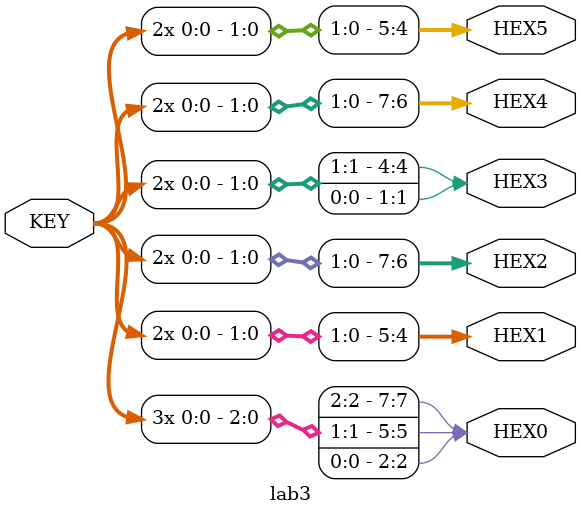
<source format=v>
module lab3(
input  KEY, 
output [7:0] HEX0,
output [7:0] HEX1,
output [7:0] HEX2,
output [7:0] HEX3,
output [7:0] HEX4,
output [7:0] HEX5
);

genvar j; 
generate
    for (j=0; j<6; j=j+1) 
        begin: gen2 
            case(j) 
                0: assign HEX0[2]=KEY, HEX0[5]=KEY, HEX0[7]=KEY; 
                1: assign HEX1[4]=KEY, HEX1[5]=KEY; 
                2: assign HEX2[6]=KEY, HEX2[7]=KEY; 
                3: assign HEX3[1]=KEY, HEX3[4]=KEY; 
                4: assign HEX4[6]=KEY, HEX4[7]=KEY; 
                5: assign HEX5[4]=KEY, HEX5[5]=KEY; 

                endcase
        end 
    endgenerate 
    endmodule
</source>
